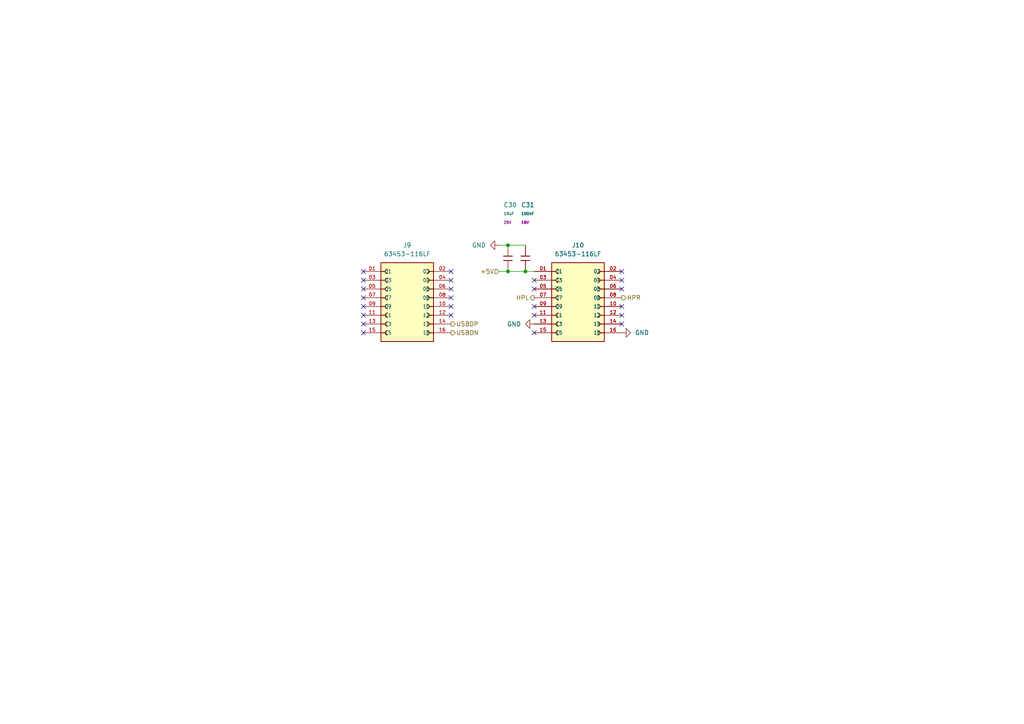
<source format=kicad_sch>
(kicad_sch (version 20250114) (generator "eeschema") (generator_version "9.0")
  (paper "A4")
  (lib_symbols
    (symbol "63453-116LF:63453-116LF" (pin_names (offset 1.016))
      (property "Reference" "J" (at -8.12 12.7 0))
      (property "Value" "63453-116LF" (at -7.62 -12.7 0))
      (symbol "63453-116LF_0_0"
        (polyline (pts (xy -7.62 10.16) (xy -6.35 10.16)) (stroke (width 0.254)))
        (polyline (pts (xy -7.62 7.62) (xy -6.35 7.62)) (stroke (width 0.254)))
        (polyline (pts (xy -7.62 5.08) (xy -6.35 5.08)) (stroke (width 0.254)))
        (polyline (pts (xy -7.62 2.54) (xy -6.35 2.54)) (stroke (width 0.254)))
        (polyline (pts (xy -7.62 0) (xy -6.35 0)) (stroke (width 0.254)))
        (polyline (pts (xy -7.62 -2.54) (xy -6.35 -2.54)) (stroke (width 0.254)))
        (polyline (pts (xy -7.62 -5.08) (xy -6.35 -5.08)) (stroke (width 0.254)))
        (polyline (pts (xy -7.62 -7.62) (xy -6.35 -7.62)) (stroke (width 0.254)))
        (rectangle (start -7.62 -10.16) (end 7.62 12.7) (stroke (width 0.254)) (fill (type background)))
        (arc (start -5.715 9.525) (mid -6.3472 10.16) (end -5.715 10.795) (stroke (width 0.254)))
        (arc (start -5.715 6.985) (mid -6.3472 7.62) (end -5.715 8.255) (stroke (width 0.254)))
        (arc (start -5.715 4.445) (mid -6.3472 5.08) (end -5.715 5.715) (stroke (width 0.254)))
        (arc (start -5.715 1.905) (mid -6.3472 2.54) (end -5.715 3.175) (stroke (width 0.254)))
        (arc (start -5.715 -0.635) (mid -6.3472 0) (end -5.715 0.635) (stroke (width 0.254)))
        (arc (start -5.715 -3.175) (mid -6.3472 -2.54) (end -5.715 -1.905) (stroke (width 0.254)))
        (arc (start -5.715 -5.715) (mid -6.3472 -5.08) (end -5.715 -4.445) (stroke (width 0.254)))
        (arc (start -5.715 -8.255) (mid -6.3472 -7.62) (end -5.715 -6.985) (stroke (width 0.254)))
        (arc (start 5.715 10.795) (mid 6.3472 10.16) (end 5.715 9.525) (stroke (width 0.254)))
        (arc (start 5.715 8.255) (mid 6.3472 7.62) (end 5.715 6.985) (stroke (width 0.254)))
        (arc (start 5.715 5.715) (mid 6.3472 5.08) (end 5.715 4.445) (stroke (width 0.254)))
        (arc (start 5.715 3.175) (mid 6.3472 2.54) (end 5.715 1.905) (stroke (width 0.254)))
        (arc (start 5.715 0.635) (mid 6.3472 0) (end 5.715 -0.635) (stroke (width 0.254)))
        (arc (start 5.715 -1.905) (mid 6.3472 -2.54) (end 5.715 -3.175) (stroke (width 0.254)))
        (arc (start 5.715 -4.445) (mid 6.3472 -5.08) (end 5.715 -5.715) (stroke (width 0.254)))
        (arc (start 5.715 -6.985) (mid 6.3472 -7.62) (end 5.715 -8.255) (stroke (width 0.254)))
        (polyline (pts (xy 7.62 10.16) (xy 6.35 10.16)) (stroke (width 0.254)))
        (polyline (pts (xy 7.62 7.62) (xy 6.35 7.62)) (stroke (width 0.254)))
        (polyline (pts (xy 7.62 5.08) (xy 6.35 5.08)) (stroke (width 0.254)))
        (polyline (pts (xy 7.62 2.54) (xy 6.35 2.54)) (stroke (width 0.254)))
        (polyline (pts (xy 7.62 0) (xy 6.35 0)) (stroke (width 0.254)))
        (polyline (pts (xy 7.62 -2.54) (xy 6.35 -2.54)) (stroke (width 0.254)))
        (polyline (pts (xy 7.62 -5.08) (xy 6.35 -5.08)) (stroke (width 0.254)))
        (polyline (pts (xy 7.62 -7.62) (xy 6.35 -7.62)) (stroke (width 0.254)))
        (pin passive line (at -12.7 10.16 0) (length 5.08) (name "01") (number "01"))
        (pin passive line (at -12.7 7.62 0) (length 5.08) (name "03") (number "03"))
        (pin passive line (at -12.7 5.08 0) (length 5.08) (name "05") (number "05"))
        (pin passive line (at -12.7 2.54 0) (length 5.08) (name "07") (number "07"))
        (pin passive line (at -12.7 0 0) (length 5.08) (name "09") (number "09"))
        (pin passive line (at -12.7 -2.54 0) (length 5.08) (name "11") (number "11"))
        (pin passive line (at -12.7 -5.08 0) (length 5.08) (name "13") (number "13"))
        (pin passive line (at -12.7 -7.62 0) (length 5.08) (name "15") (number "15"))
        (pin passive line (at 12.7 10.16 180) (length 5.08) (name "02") (number "02"))
        (pin passive line (at 12.7 7.62 180) (length 5.08) (name "04") (number "04"))
        (pin passive line (at 12.7 5.08 180) (length 5.08) (name "06") (number "06"))
        (pin passive line (at 12.7 2.54 180) (length 5.08) (name "08") (number "08"))
        (pin passive line (at 12.7 0 180) (length 5.08) (name "10") (number "10"))
        (pin passive line (at 12.7 -2.54 180) (length 5.08) (name "12") (number "12"))
        (pin passive line (at 12.7 -5.08 180) (length 5.08) (name "14") (number "14"))
        (pin passive line (at 12.7 -7.62 180) (length 5.08) (name "16") (number "16"))
      )
    )
    (symbol "PCM_JLCPCB-Capacitors:0402,100nF" (pin_numbers (hide yes)) (pin_names (offset 0))
      (property "Reference" "C" (at 2.032 1.668 0))
      (property "Value" "100nF" (at 2.032 -0.3782 0))
      (property "Voltage Rated" "16V" (at 2.032 -2.0462 0))
      (symbol "0402,100nF_0_1"
        (polyline (pts (xy -1.27 0.635) (xy 1.27 0.635)) (stroke (width 0.254)))
        (polyline (pts (xy -1.27 -0.635) (xy 1.27 -0.635)) (stroke (width 0.254)))
      )
      (symbol "0402,100nF_1_1"
        (pin passive line (at 0 3.81 270) (length 3.175) (name "~") (number "1"))
        (pin passive line (at 0 -3.81 90) (length 3.175) (name "~") (number "2"))
      )
    )
    (symbol "PCM_JLCPCB-Capacitors:0805,10uF" (pin_numbers (hide yes)) (pin_names (offset 0))
      (property "Reference" "C" (at 2.032 1.668 0))
      (property "Value" "10uF" (at 2.032 -0.3782 0))
      (property "Voltage Rated" "25V" (at 2.032 -2.0462 0))
      (symbol "0805,10uF_0_1"
        (polyline (pts (xy -1.27 0.635) (xy 1.27 0.635)) (stroke (width 0.254)))
        (polyline (pts (xy -1.27 -0.635) (xy 1.27 -0.635)) (stroke (width 0.254)))
      )
      (symbol "0805,10uF_1_1"
        (pin passive line (at 0 3.81 270) (length 3.175) (name "~") (number "1"))
        (pin passive line (at 0 -3.81 90) (length 3.175) (name "~") (number "2"))
      )
    )
    (symbol "power:GND" (power) (pin_numbers (hide yes)) (pin_names (offset 0) (hide yes))
      (property "Value" "GND" (at 0 -3.81 0))
      (symbol "GND_0_1"
        (polyline (pts (xy 0 0) (xy 0 -1.27) (xy 1.27 -1.27) (xy 0 -2.54) (xy -1.27 -1.27) (xy 0 -1.27)))
      )
      (symbol "GND_1_1"
        (pin power_in line (at 0 0 270) (length 0) (name "~") (number "1"))
      )
    )
  )
  (junction (at 147.32 78.74))
  (junction (at 147.32 71.12))
  (junction (at 152.4 78.74))
  (no_connect (at 105.41 96.52))
  (no_connect (at 180.34 93.98))
  (no_connect (at 105.41 81.28))
  (no_connect (at 105.41 83.82))
  (no_connect (at 105.41 88.9))
  (no_connect (at 105.41 86.36))
  (no_connect (at 130.81 88.9))
  (no_connect (at 130.81 91.44))
  (no_connect (at 154.94 83.82))
  (no_connect (at 180.34 78.74))
  (no_connect (at 105.41 91.44))
  (no_connect (at 180.34 81.28))
  (no_connect (at 154.94 91.44))
  (no_connect (at 154.94 81.28))
  (no_connect (at 180.34 91.44))
  (no_connect (at 105.41 78.74))
  (no_connect (at 130.81 78.74))
  (no_connect (at 130.81 81.28))
  (no_connect (at 180.34 88.9))
  (no_connect (at 154.94 96.52))
  (no_connect (at 154.94 88.9))
  (no_connect (at 105.41 93.98))
  (no_connect (at 130.81 83.82))
  (no_connect (at 130.81 86.36))
  (no_connect (at 180.34 83.82))
  (wire (pts (xy 152.4 78.74) (xy 154.94 78.74)))
  (wire (pts (xy 147.32 71.12) (xy 152.4 71.12)))
  (wire (pts (xy 144.78 71.12) (xy 147.32 71.12)))
  (wire (pts (xy 144.78 78.74) (xy 147.32 78.74)))
  (wire (pts (xy 147.32 78.74) (xy 152.4 78.74)))
  (hierarchical_label "USBDP" (shape output) (at 130.81 93.98 0))
  (hierarchical_label "HPR" (shape output) (at 180.34 86.36 0))
  (hierarchical_label "USBDN" (shape output) (at 130.81 96.52 0))
  (hierarchical_label "+5V" (shape input) (at 144.78 78.74 180))
  (hierarchical_label "HPL" (shape output) (at 154.94 86.36 180))
  (symbol (lib_id "power:GND") (at 180.34 96.52 90) (mirror x) (unit 1)
    (property "Reference" "#PWR027" (effects (hide yes)))
    (property "Value" "GND" (at 184.15 96.5199 90) (effects (justify right)))
    (property "Description" "Power symbol creates a global label with name \"GND\" , ground" (effects (hide yes)))
  )
  (symbol (lib_id "PCM_JLCPCB-Capacitors:0402,100nF") (at 152.4 74.93 0) (unit 1)
    (property "Reference" "C31" (at 151.13 59.436 0) (effects (justify left)))
    (property "Value" "100nF" (at 151.13 61.9761 0) (effects (font (size 0.8 0.8)) (justify left)))
    (property "Footprint" "PCM_JLCPCB:C_0402" (effects (hide yes)))
    (property "Datasheet" "https://www.lcsc.com/datasheet/lcsc_datasheet_2304140030_Samsung-Electro-Mechanics-CL05B104KO5NNNC_C1525.pdf" (effects (hide yes)))
    (property "Description" "16V 100nF X7R ±10% 0402 Multilayer Ceramic Capacitors MLCC - SMD/SMT ROHS" (effects (hide yes)))
    (property "LCSC" "C1525" (effects (hide yes)))
    (property "Stock" "17143248" (effects (hide yes)))
    (property "Price" "0.004USD" (effects (hide yes)))
    (property "Process" "SMT" (effects (hide yes)))
    (property "Minimum Qty" "20" (effects (hide yes)))
    (property "Attrition Qty" "10" (effects (hide yes)))
    (property "Class" "Basic Component" (effects (hide yes)))
    (property "Category" "Capacitors,Multilayer Ceramic Capacitors MLCC - SMD/SMT" (effects (hide yes)))
    (property "Manufacturer" "Samsung Electro-Mechanics" (effects (hide yes)))
    (property "Part" "CL05B104KO5NNNC" (effects (hide yes)))
    (property "Voltage Rated" "16V" (at 151.13 64.5161 0) (effects (font (size 0.8 0.8)) (justify left)))
    (property "Tolerance" "±10%" (effects (hide yes)))
    (property "Capacitance" "100nF" (effects (hide yes)))
    (property "Temperature Coefficient" "X7R" (effects (hide yes)))
  )
  (symbol (lib_id "63453-116LF:63453-116LF") (at 167.64 88.9 0) (unit 1)
    (property "Reference" "J10" (at 167.64 71.12 0))
    (property "Value" "63453-116LF" (at 167.64 73.66 0))
    (property "Footprint" "63453-116LF:AMPHENOL_63453-116LF" (effects (hide yes)))
    (property "MANUFACTURER" "AMPHENOL" (effects (hide yes)))
  )
  (symbol (lib_id "63453-116LF:63453-116LF") (at 118.11 88.9 0) (unit 1)
    (property "Reference" "J9" (at 118.11 71.12 0))
    (property "Value" "63453-116LF" (at 118.11 73.66 0))
    (property "Footprint" "63453-116LF:AMPHENOL_63453-116LF" (effects (hide yes)))
    (property "MANUFACTURER" "AMPHENOL" (effects (hide yes)))
  )
  (symbol (lib_id "power:GND") (at 154.94 93.98 270) (unit 1)
    (property "Reference" "#PWR09" (effects (hide yes)))
    (property "Value" "GND" (at 151.13 93.9799 90) (effects (justify right)))
    (property "Description" "Power symbol creates a global label with name \"GND\" , ground" (effects (hide yes)))
  )
  (symbol (lib_id "PCM_JLCPCB-Capacitors:0805,10uF") (at 147.32 74.93 0) (unit 1)
    (property "Reference" "C30" (at 146.05 59.436 0) (effects (justify left)))
    (property "Value" "10uF" (at 146.05 61.9761 0) (effects (font (size 0.8 0.8)) (justify left)))
    (property "Footprint" "PCM_JLCPCB:C_0805" (effects (hide yes)))
    (property "Datasheet" "https://www.lcsc.com/datasheet/lcsc_datasheet_2304140030_Samsung-Electro-Mechanics-CL21A106KAYNNNE_C15850.pdf" (effects (hide yes)))
    (property "Description" "25V 10uF X5R ±10% 0805 Multilayer Ceramic Capacitors MLCC - SMD/SMT ROHS" (effects (hide yes)))
    (property "LCSC" "C15850" (effects (hide yes)))
    (property "Stock" "6572470" (effects (hide yes)))
    (property "Price" "0.013USD" (effects (hide yes)))
    (property "Process" "SMT" (effects (hide yes)))
    (property "Minimum Qty" "20" (effects (hide yes)))
    (property "Attrition Qty" "10" (effects (hide yes)))
    (property "Class" "Basic Component" (effects (hide yes)))
    (property "Category" "Capacitors,Multilayer Ceramic Capacitors MLCC - SMD/SMT" (effects (hide yes)))
    (property "Manufacturer" "Samsung Electro-Mechanics" (effects (hide yes)))
    (property "Part" "CL21A106KAYNNNE" (effects (hide yes)))
    (property "Voltage Rated" "25V" (at 146.05 64.5161 0) (effects (font (size 0.8 0.8)) (justify left)))
    (property "Tolerance" "±10%" (effects (hide yes)))
    (property "Capacitance" "10uF" (effects (hide yes)))
    (property "Temperature Coefficient" "X5R" (effects (hide yes)))
  )
  (symbol (lib_id "power:GND") (at 144.78 71.12 270) (unit 1)
    (property "Reference" "#PWR065" (effects (hide yes)))
    (property "Value" "GND" (at 140.97 71.1199 90) (effects (justify right)))
    (property "Description" "Power symbol creates a global label with name \"GND\" , ground" (effects (hide yes)))
  )
)
</source>
